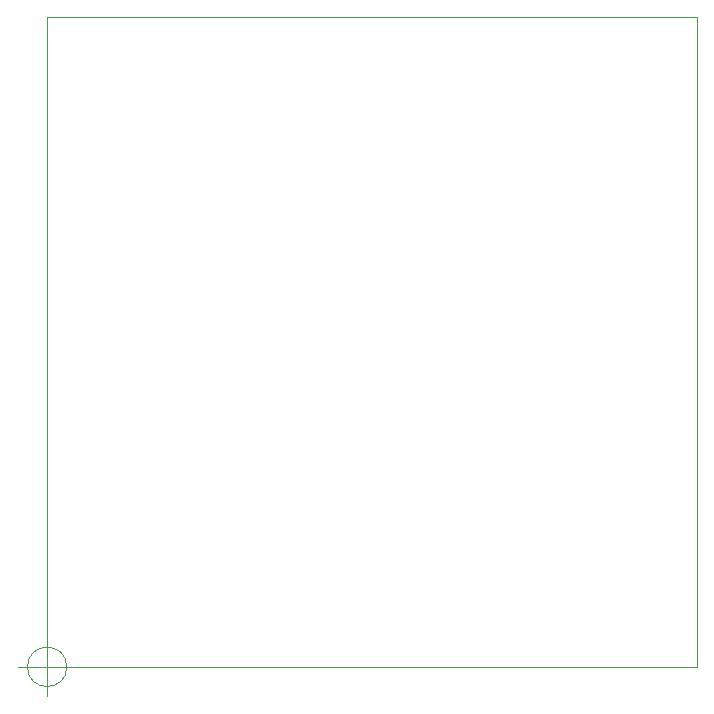
<source format=gbr>
%TF.GenerationSoftware,KiCad,Pcbnew,(6.0.7)*%
%TF.CreationDate,2022-10-25T16:16:00+09:00*%
%TF.ProjectId,quad_jsb,71756164-5f6a-4736-922e-6b696361645f,rev?*%
%TF.SameCoordinates,Original*%
%TF.FileFunction,Profile,NP*%
%FSLAX46Y46*%
G04 Gerber Fmt 4.6, Leading zero omitted, Abs format (unit mm)*
G04 Created by KiCad (PCBNEW (6.0.7)) date 2022-10-25 16:16:00*
%MOMM*%
%LPD*%
G01*
G04 APERTURE LIST*
%TA.AperFunction,Profile*%
%ADD10C,0.100000*%
%TD*%
G04 APERTURE END LIST*
D10*
X0Y0D02*
X55000000Y0D01*
X55000000Y0D02*
X55000000Y55000000D01*
X55000000Y55000000D02*
X0Y55000000D01*
X0Y55000000D02*
X0Y0D01*
X1666666Y0D02*
G75*
G03*
X1666666Y0I-1666666J0D01*
G01*
X-2500000Y0D02*
X2500000Y0D01*
X0Y2500000D02*
X0Y-2500000D01*
M02*

</source>
